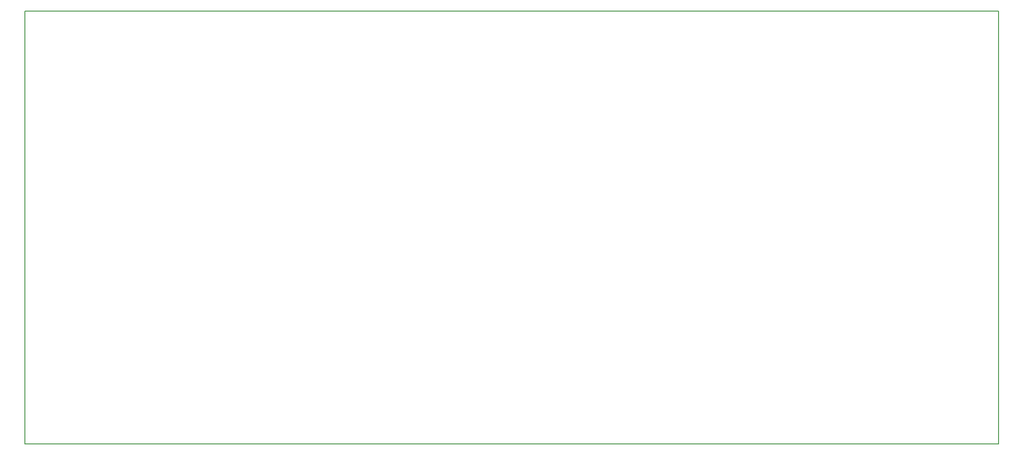
<source format=gbr>
G04 #@! TF.FileFunction,Profile,NP*
%FSLAX46Y46*%
G04 Gerber Fmt 4.6, Leading zero omitted, Abs format (unit mm)*
G04 Created by KiCad (PCBNEW 4.0.3+e1-6302~38~ubuntu15.10.1-stable) date Wed Nov  9 08:21:01 2016*
%MOMM*%
%LPD*%
G01*
G04 APERTURE LIST*
%ADD10C,0.100000*%
%ADD11C,0.150000*%
G04 APERTURE END LIST*
D10*
D11*
X224000000Y-143500000D02*
X38500000Y-143500000D01*
X224000000Y-61000000D02*
X224000000Y-143500000D01*
X38500000Y-61000000D02*
X224000000Y-61000000D01*
X38500000Y-61000000D02*
X38500000Y-143500000D01*
M02*

</source>
